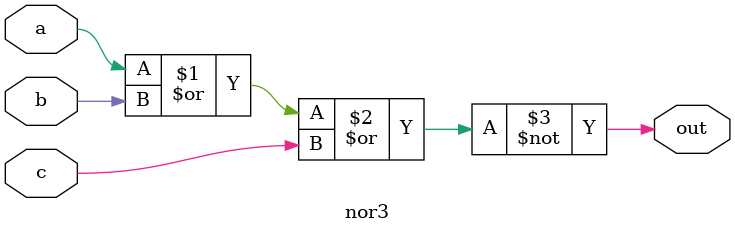
<source format=v>
module nor3(
    input a, b, c,
    output out
);
    assign out = ~(a | b | c);
endmodule
</source>
